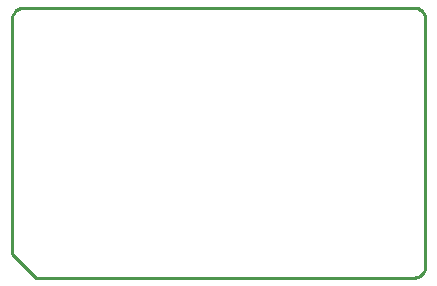
<source format=gbr>
G04 EAGLE Gerber RS-274X export*
G75*
%MOMM*%
%FSLAX34Y34*%
%LPD*%
%IN*%
%IPPOS*%
%AMOC8*
5,1,8,0,0,1.08239X$1,22.5*%
G01*
%ADD10C,0.254000*%


D10*
X-40Y20000D02*
X20000Y0D01*
X340000Y0D01*
X340872Y38D01*
X341736Y152D01*
X342588Y341D01*
X343420Y603D01*
X344226Y937D01*
X345000Y1340D01*
X345736Y1808D01*
X346428Y2340D01*
X347071Y2929D01*
X347660Y3572D01*
X348192Y4264D01*
X348660Y5000D01*
X349063Y5774D01*
X349397Y6580D01*
X349659Y7412D01*
X349848Y8264D01*
X349962Y9128D01*
X350000Y10000D01*
X350000Y218600D01*
X349962Y219472D01*
X349848Y220336D01*
X349659Y221188D01*
X349397Y222020D01*
X349063Y222826D01*
X348660Y223600D01*
X348192Y224336D01*
X347660Y225028D01*
X347071Y225671D01*
X346428Y226260D01*
X345736Y226792D01*
X345000Y227260D01*
X344226Y227663D01*
X343420Y227997D01*
X342588Y228259D01*
X341736Y228448D01*
X340872Y228562D01*
X340000Y228600D01*
X10000Y228600D01*
X9128Y228562D01*
X8264Y228448D01*
X7412Y228259D01*
X6580Y227997D01*
X5774Y227663D01*
X5000Y227260D01*
X4264Y226792D01*
X3572Y226260D01*
X2929Y225671D01*
X2340Y225028D01*
X1808Y224336D01*
X1340Y223600D01*
X937Y222826D01*
X603Y222020D01*
X341Y221188D01*
X152Y220336D01*
X38Y219472D01*
X0Y218600D01*
X-40Y20000D01*
M02*

</source>
